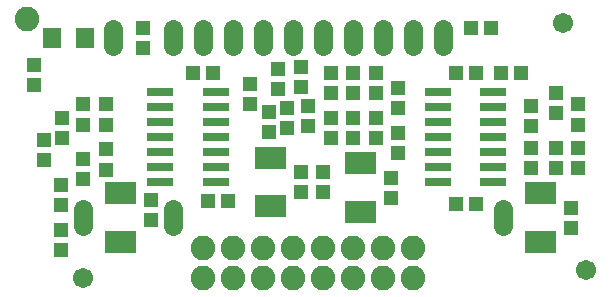
<source format=gbr>
G04 EAGLE Gerber X2 export*
%TF.Part,Single*%
%TF.FileFunction,Soldermask,Top,1*%
%TF.FilePolarity,Negative*%
%TF.GenerationSoftware,Autodesk,EAGLE,9.0.1*%
%TF.CreationDate,2018-06-21T02:26:47Z*%
G75*
%MOMM*%
%FSLAX34Y34*%
%LPD*%
%AMOC8*
5,1,8,0,0,1.08239X$1,22.5*%
G01*
%ADD10R,1.203200X1.303200*%
%ADD11R,1.303200X1.203200*%
%ADD12R,1.603200X1.803200*%
%ADD13C,2.082800*%
%ADD14C,1.612800*%
%ADD15R,0.635000X1.981200*%
%ADD16R,2.184400X0.762000*%
%ADD17C,1.703200*%


D10*
X247650Y108513D03*
X247650Y91513D03*
D11*
X169300Y84138D03*
X186300Y84138D03*
D10*
X228600Y178825D03*
X228600Y195825D03*
X247650Y197413D03*
X247650Y180413D03*
D11*
X391550Y230188D03*
X408550Y230188D03*
X173600Y192088D03*
X156600Y192088D03*
D10*
X120650Y84700D03*
X120650Y67700D03*
X114300Y230750D03*
X114300Y213750D03*
D12*
X64800Y222250D03*
X36800Y222250D03*
D10*
X82550Y110563D03*
X82550Y127563D03*
X63500Y148663D03*
X63500Y165663D03*
X46038Y137550D03*
X46038Y154550D03*
D13*
X241300Y44450D03*
X241300Y19050D03*
X215900Y44450D03*
X215900Y19050D03*
X190500Y44450D03*
X190500Y19050D03*
X165100Y44450D03*
X165100Y19050D03*
D10*
X22225Y182000D03*
X22225Y199000D03*
X220663Y159313D03*
X220663Y142313D03*
X236538Y162488D03*
X236538Y145488D03*
X204788Y183125D03*
X204788Y166125D03*
X44450Y42300D03*
X44450Y59300D03*
X44450Y80400D03*
X44450Y97400D03*
X63500Y119625D03*
X63500Y102625D03*
X30163Y135500D03*
X30163Y118500D03*
X82550Y165663D03*
X82550Y148663D03*
X266700Y91513D03*
X266700Y108513D03*
X254000Y147075D03*
X254000Y164075D03*
D14*
X63500Y76898D02*
X63500Y62802D01*
X139700Y62802D02*
X139700Y76898D01*
X88900Y215202D02*
X88900Y229298D01*
X266700Y229298D02*
X266700Y215202D01*
X292100Y215202D02*
X292100Y229298D01*
X317500Y229298D02*
X317500Y215202D01*
X342900Y215202D02*
X342900Y229298D01*
X419100Y76898D02*
X419100Y62802D01*
X368300Y215202D02*
X368300Y229298D01*
X139700Y229298D02*
X139700Y215202D01*
X241300Y215202D02*
X241300Y229298D01*
X215900Y229298D02*
X215900Y215202D01*
X190500Y215202D02*
X190500Y229298D01*
X165100Y229298D02*
X165100Y215202D01*
D15*
X85500Y49403D03*
X92000Y49403D03*
X98500Y49403D03*
X105000Y49403D03*
X105000Y90297D03*
X98500Y90297D03*
X92000Y90297D03*
X85500Y90297D03*
D16*
X176022Y100013D03*
X176022Y112713D03*
X176022Y125413D03*
X176022Y138113D03*
X176022Y150813D03*
X176022Y163513D03*
X176022Y176213D03*
X128778Y176213D03*
X128778Y163513D03*
X128778Y150813D03*
X128778Y138113D03*
X128778Y125413D03*
X128778Y112713D03*
X128778Y100013D03*
D15*
X212500Y79566D03*
X219000Y79566D03*
X225500Y79566D03*
X232000Y79566D03*
X232000Y120460D03*
X225500Y120460D03*
X219000Y120460D03*
X212500Y120460D03*
D16*
X410972Y100013D03*
X410972Y112713D03*
X410972Y125413D03*
X410972Y138113D03*
X410972Y150813D03*
X410972Y163513D03*
X410972Y176213D03*
X363728Y176213D03*
X363728Y163513D03*
X363728Y150813D03*
X363728Y138113D03*
X363728Y125413D03*
X363728Y112713D03*
X363728Y100013D03*
D11*
X395850Y192088D03*
X378850Y192088D03*
D10*
X323850Y103750D03*
X323850Y86750D03*
D15*
X288700Y74803D03*
X295200Y74803D03*
X301700Y74803D03*
X308200Y74803D03*
X308200Y115697D03*
X301700Y115697D03*
X295200Y115697D03*
X288700Y115697D03*
D10*
X273050Y137550D03*
X273050Y154550D03*
X273050Y175650D03*
X273050Y192650D03*
X311150Y154550D03*
X311150Y137550D03*
X330200Y124850D03*
X330200Y141850D03*
X292100Y154550D03*
X292100Y137550D03*
X330200Y179950D03*
X330200Y162950D03*
X311150Y175650D03*
X311150Y192650D03*
X292100Y175650D03*
X292100Y192650D03*
X476250Y78350D03*
X476250Y61350D03*
D15*
X441100Y49403D03*
X447600Y49403D03*
X454100Y49403D03*
X460600Y49403D03*
X460600Y90297D03*
X454100Y90297D03*
X447600Y90297D03*
X441100Y90297D03*
D10*
X482600Y165663D03*
X482600Y148663D03*
X482600Y112150D03*
X482600Y129150D03*
X442913Y129150D03*
X442913Y112150D03*
D11*
X378850Y80963D03*
X395850Y80963D03*
D10*
X463550Y129150D03*
X463550Y112150D03*
X442913Y164075D03*
X442913Y147075D03*
X463550Y158188D03*
X463550Y175188D03*
D11*
X416950Y192088D03*
X433950Y192088D03*
D13*
X342900Y44450D03*
X342900Y19050D03*
X317500Y44450D03*
X317500Y19050D03*
X292100Y44450D03*
X292100Y19050D03*
X266700Y44450D03*
X266700Y19050D03*
X15875Y238125D03*
D17*
X63500Y19050D03*
X488950Y25400D03*
X469900Y234950D03*
M02*

</source>
